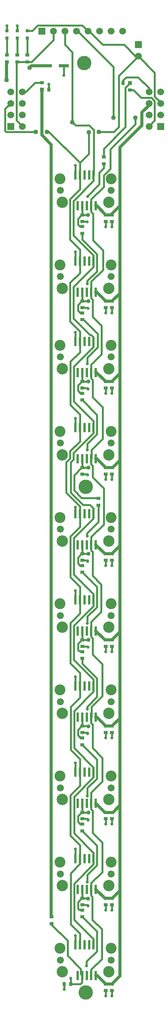
<source format=gtl>
%FSLAX25Y25*%
%MOIN*%
G70*
G01*
G75*
G04 Layer_Physical_Order=1*
G04 Layer_Color=255*
%ADD10R,0.03543X0.02756*%
%ADD11R,0.03150X0.03150*%
%ADD12R,0.03543X0.03150*%
%ADD13R,0.02756X0.03543*%
%ADD14R,0.03543X0.03543*%
%ADD15R,0.03150X0.03543*%
%ADD16R,0.08661X0.02756*%
%ADD17R,0.01969X0.07874*%
%ADD18C,0.02500*%
%ADD19C,0.01600*%
%ADD20C,0.01800*%
%ADD21C,0.01500*%
%ADD22C,0.05906*%
%ADD23R,0.05906X0.05906*%
%ADD24C,0.12500*%
%ADD25R,0.05906X0.05906*%
%ADD26C,0.06100*%
%ADD27C,0.04000*%
%ADD28C,0.02500*%
%ADD29C,0.03500*%
%ADD30C,0.09449*%
%ADD31C,0.09843*%
D10*
X249409Y1187992D02*
D03*
Y1193898D02*
D03*
X338500Y1163547D02*
D03*
X262000Y1169953D02*
D03*
X240649Y1187992D02*
D03*
Y1193898D02*
D03*
X231890Y1187992D02*
D03*
Y1193898D02*
D03*
X270374Y440846D02*
D03*
Y446752D02*
D03*
X297047Y452658D02*
D03*
Y446752D02*
D03*
Y527264D02*
D03*
Y521358D02*
D03*
X296949Y601968D02*
D03*
Y596063D02*
D03*
X297047Y676673D02*
D03*
Y670768D02*
D03*
Y751378D02*
D03*
Y745472D02*
D03*
X311221Y803642D02*
D03*
Y809547D02*
D03*
X297047Y894783D02*
D03*
Y900689D02*
D03*
Y964468D02*
D03*
Y970374D02*
D03*
Y1039173D02*
D03*
Y1045079D02*
D03*
X315748Y1099508D02*
D03*
Y1105413D02*
D03*
D11*
X249410Y1208563D02*
D03*
Y1214862D02*
D03*
X231890Y1208563D02*
D03*
Y1214862D02*
D03*
X240649Y1208563D02*
D03*
Y1214862D02*
D03*
D12*
X297047Y537401D02*
D03*
Y531890D02*
D03*
X297047Y756004D02*
D03*
Y761516D02*
D03*
X322736Y1049705D02*
D03*
Y1055217D02*
D03*
X317520Y1055217D02*
D03*
Y1049705D02*
D03*
X297047Y1055217D02*
D03*
Y1049705D02*
D03*
X322736Y980512D02*
D03*
Y975000D02*
D03*
X317520Y980512D02*
D03*
Y975000D02*
D03*
X297047Y975000D02*
D03*
Y980512D02*
D03*
X322736Y910827D02*
D03*
Y905315D02*
D03*
X317520Y910827D02*
D03*
Y905315D02*
D03*
X297047Y905315D02*
D03*
Y910827D02*
D03*
Y830709D02*
D03*
Y836220D02*
D03*
X317520Y836220D02*
D03*
Y830709D02*
D03*
X322736Y836220D02*
D03*
Y830709D02*
D03*
X317520Y761516D02*
D03*
Y756004D02*
D03*
X322736Y761516D02*
D03*
Y756004D02*
D03*
X317520Y681299D02*
D03*
Y686811D02*
D03*
X322736Y681299D02*
D03*
Y686811D02*
D03*
X297047Y686811D02*
D03*
Y681299D02*
D03*
X322736Y606595D02*
D03*
Y612106D02*
D03*
X296949Y612106D02*
D03*
Y606594D02*
D03*
X317520Y606595D02*
D03*
Y612106D02*
D03*
X322736Y531890D02*
D03*
Y537402D02*
D03*
X317520Y531890D02*
D03*
Y537402D02*
D03*
X322736Y457283D02*
D03*
Y462795D02*
D03*
X317520Y457283D02*
D03*
Y462795D02*
D03*
X297047Y462795D02*
D03*
Y457283D02*
D03*
X322736Y383071D02*
D03*
Y388583D02*
D03*
X317520Y383071D02*
D03*
Y388583D02*
D03*
D13*
X332500Y1169500D02*
D03*
X268000Y1164000D02*
D03*
D14*
X338500Y1169500D02*
D03*
X262000Y1164000D02*
D03*
D15*
X287008Y388484D02*
D03*
X281496D02*
D03*
D16*
X266535Y1184547D02*
D03*
X281102D02*
D03*
D17*
X308858Y694682D02*
D03*
X304921D02*
D03*
X300984D02*
D03*
X297047D02*
D03*
X293110Y694682D02*
D03*
X306890Y721454D02*
D03*
X302953D02*
D03*
X299016D02*
D03*
X295079D02*
D03*
X291142D02*
D03*
Y646768D02*
D03*
X295079D02*
D03*
X299016D02*
D03*
X302953D02*
D03*
X306890D02*
D03*
X293110Y619996D02*
D03*
X297047Y619996D02*
D03*
X300984D02*
D03*
X304921D02*
D03*
X308858D02*
D03*
Y545310D02*
D03*
X304921D02*
D03*
X300984D02*
D03*
X297047D02*
D03*
X293110Y545310D02*
D03*
X306890Y572081D02*
D03*
X302953D02*
D03*
X299016D02*
D03*
X295079D02*
D03*
X291142D02*
D03*
Y497395D02*
D03*
X295079D02*
D03*
X299016D02*
D03*
X302953D02*
D03*
X306890D02*
D03*
X293110Y470623D02*
D03*
X297047Y470623D02*
D03*
X300984D02*
D03*
X304921D02*
D03*
X308858D02*
D03*
Y769369D02*
D03*
X304921D02*
D03*
X300984D02*
D03*
X297047D02*
D03*
X293110Y769369D02*
D03*
X306890Y796140D02*
D03*
X302953D02*
D03*
X299016D02*
D03*
X295079D02*
D03*
X291142D02*
D03*
Y870827D02*
D03*
X295079D02*
D03*
X299016D02*
D03*
X302953D02*
D03*
X306890D02*
D03*
X293110Y844055D02*
D03*
X297047Y844055D02*
D03*
X300984D02*
D03*
X304921D02*
D03*
X308858D02*
D03*
Y918741D02*
D03*
X304921D02*
D03*
X300984D02*
D03*
X297047D02*
D03*
X293110Y918741D02*
D03*
X306890Y945513D02*
D03*
X302953D02*
D03*
X299016D02*
D03*
X295079D02*
D03*
X291142D02*
D03*
Y1015180D02*
D03*
X295079D02*
D03*
X299016D02*
D03*
X302953D02*
D03*
X306890D02*
D03*
X293110Y988408D02*
D03*
X297047Y988408D02*
D03*
X300984D02*
D03*
X304921D02*
D03*
X308858D02*
D03*
Y1063094D02*
D03*
X304921D02*
D03*
X300984D02*
D03*
X297047D02*
D03*
X293110Y1063094D02*
D03*
X306890Y1089866D02*
D03*
X302953D02*
D03*
X299016D02*
D03*
X295079D02*
D03*
X291142D02*
D03*
Y422709D02*
D03*
X295079D02*
D03*
X299016D02*
D03*
X302953D02*
D03*
X306890D02*
D03*
X293110Y395937D02*
D03*
X297047Y395937D02*
D03*
X300984D02*
D03*
X304921D02*
D03*
X308858D02*
D03*
D18*
X317520Y761516D02*
X322736D01*
X316711D02*
X317520D01*
X249409Y1208563D02*
X249410Y1208563D01*
X251575Y1182972D02*
X253150Y1184547D01*
X231299Y1187402D02*
X231890Y1187992D01*
X231299Y1172146D02*
Y1187402D01*
X329823Y987402D02*
Y1063189D01*
X322736Y1056102D02*
X329823Y1063189D01*
X322736Y1055217D02*
Y1056102D01*
X309642Y1063094D02*
X317520Y1055217D01*
X308858Y1063094D02*
X309642D01*
X329823Y917914D02*
Y987402D01*
X322933Y980512D02*
X329823Y987402D01*
X322736Y980512D02*
X322933D01*
X309624Y988408D02*
X317520Y980512D01*
X308858Y988408D02*
X309624D01*
X329823Y842717D02*
Y917914D01*
X322736Y910827D02*
X329823Y917914D01*
X309605Y918741D02*
X317520Y910827D01*
X308858Y918741D02*
X309605D01*
X329823Y768602D02*
Y842717D01*
X323327Y836220D02*
X329823Y842717D01*
X322736Y836220D02*
X323327D01*
X309685Y844055D02*
X317520Y836220D01*
X308858Y844055D02*
X309685D01*
X329823Y693898D02*
Y768602D01*
X322736Y761516D02*
X329823Y768602D01*
X308858Y769369D02*
X316711Y761516D01*
X329823Y618701D02*
Y693898D01*
X322736Y686811D02*
X329823Y693898D01*
X316730Y686811D02*
X317520D01*
X308858Y694682D02*
X316730Y686811D01*
X329823Y543602D02*
Y618701D01*
X329331D02*
X329823D01*
X322736Y612106D02*
X329331Y618701D01*
X309630Y619996D02*
X317520Y612106D01*
X308858Y619996D02*
X309630D01*
X329823Y469488D02*
Y543602D01*
X323622Y537402D02*
X329823Y543602D01*
X322736Y537402D02*
X323622D01*
X316766D02*
X317520D01*
X308858Y545310D02*
X316766Y537402D01*
X329823Y395670D02*
Y469488D01*
X323130Y462795D02*
X329823Y469488D01*
X322736Y462795D02*
X323130D01*
X316686D02*
X317520D01*
X308858Y470623D02*
X316686Y462795D01*
X308858Y395937D02*
X310166D01*
X317520Y388583D01*
X322736D02*
X329823Y395670D01*
X253150Y1184547D02*
X266043D01*
X308858Y918741D02*
X308858Y918741D01*
X317520Y388583D02*
X322736D01*
X317520Y537402D02*
X322736D01*
X317520Y462795D02*
X322736D01*
X317520Y686811D02*
X322736D01*
X317520Y612106D02*
X322736D01*
X317520Y836220D02*
X322736D01*
X317520Y910827D02*
X322736D01*
X322736Y1055217D02*
X322736Y1055217D01*
X317520Y980512D02*
X322736D01*
X317520Y1055217D02*
X322736D01*
X348721Y1144094D02*
X355000Y1150374D01*
Y1152000D01*
X329823Y1063189D02*
Y1113976D01*
X348721Y1132874D01*
Y1144094D01*
X262000Y1124516D02*
Y1164000D01*
Y1124516D02*
X270276Y1116240D01*
Y446752D02*
Y1116240D01*
D19*
X270374Y439990D02*
Y440846D01*
Y439990D02*
X284280Y426084D01*
Y413288D02*
Y426084D01*
Y413288D02*
X295895Y401674D01*
Y397090D02*
Y401674D01*
Y397090D02*
X297047Y395937D01*
X296654Y395543D02*
X297047Y395937D01*
X296654Y389764D02*
Y395543D01*
X295374Y388484D02*
X296654Y389764D01*
X287008Y388484D02*
X295374D01*
X287008D02*
Y393504D01*
X287205Y393701D01*
X300886Y404134D02*
Y408183D01*
X309674Y416972D02*
Y434125D01*
X297047Y446752D02*
X309674Y434125D01*
X300886Y408183D02*
X309674Y416972D01*
D20*
X301575Y998153D02*
X309774Y1006352D01*
X301575Y995571D02*
Y998153D01*
X301378Y980413D02*
X301476Y980512D01*
X297146Y980413D02*
X301378D01*
X304921Y1057819D02*
Y1063094D01*
Y1057819D02*
X306361Y1056380D01*
X304921Y983213D02*
Y988408D01*
Y983213D02*
X306111Y982024D01*
X304921Y913528D02*
Y918741D01*
Y913528D02*
X306111Y912339D01*
X304921Y838922D02*
Y844055D01*
Y838922D02*
X306012Y837831D01*
X304921Y764316D02*
Y769369D01*
Y764316D02*
X306111Y763126D01*
X304921Y689512D02*
Y694682D01*
Y689512D02*
X306111Y688323D01*
X304921Y614512D02*
Y619996D01*
Y614512D02*
X306012Y613421D01*
X304921Y539906D02*
Y545310D01*
Y539906D02*
X306012Y538815D01*
X304921Y465201D02*
Y470623D01*
Y465201D02*
X305914Y464209D01*
Y444283D02*
Y464209D01*
Y444283D02*
X313976Y436221D01*
X306012Y519578D02*
X314370Y511221D01*
X306012Y519578D02*
Y538815D01*
Y593102D02*
X314567Y584547D01*
X306012Y593102D02*
Y613421D01*
X306111Y674303D02*
Y688323D01*
Y674303D02*
X314469Y665945D01*
X306111Y742511D02*
X313583Y735039D01*
X306111Y742511D02*
Y763126D01*
X306012Y827846D02*
Y837831D01*
Y827846D02*
X315650Y818209D01*
X306111Y897334D02*
X314862Y888583D01*
X306111Y897334D02*
Y912339D01*
Y967019D02*
X313779Y959350D01*
X306111Y967019D02*
Y982024D01*
X306361Y1033403D02*
Y1056380D01*
Y1033403D02*
X315059Y1024705D01*
X314469Y638189D02*
Y665945D01*
X314862Y861319D02*
Y888583D01*
X303768Y951350D02*
X304851D01*
X289440Y965678D02*
X303768Y951350D01*
X289440Y965678D02*
Y992885D01*
X306890Y945513D02*
Y949311D01*
X304851Y951350D02*
X306890Y949311D01*
X310433Y940528D02*
Y952165D01*
X298130Y964468D02*
X310433Y952165D01*
X297047Y964468D02*
X298130D01*
X301575Y931670D02*
X310433Y940528D01*
X306890Y940945D02*
Y946653D01*
X295000Y1100472D02*
X302756Y1108228D01*
X324410Y1127166D02*
X328839Y1131595D01*
X311417Y1127166D02*
X324410D01*
X307087Y1089866D02*
Y1128839D01*
X297057Y1219518D02*
X302008Y1214567D01*
X258366Y1219518D02*
X297057D01*
X253711Y1214862D02*
X258366Y1219518D01*
X249410Y1214862D02*
X253711D01*
X249409Y1193898D02*
Y1208563D01*
X240649Y1219130D02*
X240664Y1219144D01*
X240649Y1214862D02*
Y1219130D01*
X231805Y1219144D02*
X231890Y1219060D01*
Y1214862D02*
Y1219060D01*
X272008Y1206752D02*
Y1214567D01*
X253248Y1187992D02*
X272008Y1206752D01*
X241240Y1187992D02*
X253248D01*
X324213Y1140059D02*
Y1183465D01*
X293110Y1214567D02*
X324213Y1183465D01*
X292008Y1214567D02*
X293110D01*
X240147Y1148415D02*
Y1187992D01*
X272008Y1214567D02*
X272106Y1214665D01*
X282008Y1214567D02*
X282106Y1214665D01*
X282008Y1202953D02*
Y1214567D01*
X292008D02*
X292106Y1214665D01*
X343043Y1139673D02*
Y1140067D01*
Y1133791D02*
Y1139673D01*
X321358Y1112106D02*
X343043Y1133791D01*
X321358Y1095199D02*
Y1112106D01*
X315620Y1089460D02*
X321358Y1095199D01*
X304921Y1068898D02*
X315620Y1079596D01*
Y1089460D01*
X296553Y810039D02*
X310729D01*
X290005Y816588D02*
X296553Y810039D01*
X287205Y814468D02*
X297835Y803839D01*
X287205Y814468D02*
Y841078D01*
X297835Y803839D02*
X303937D01*
X296850Y452854D02*
X297047Y452658D01*
X294390Y452854D02*
X296850D01*
X293376Y453868D02*
X294390Y452854D01*
X293376Y453868D02*
Y459645D01*
X296526Y462795D01*
X297047D01*
X301181D01*
X301279Y462697D01*
X301378Y476879D02*
X301393Y476893D01*
X309774Y491543D02*
Y508632D01*
X297047Y521358D02*
X309774Y508632D01*
X301378Y483146D02*
X309774Y491543D01*
X295275Y527264D02*
X297047D01*
X293376Y529164D02*
X295275Y527264D01*
X293376Y529164D02*
Y534251D01*
X296526Y537401D01*
X297047D01*
X297146Y537303D01*
X301378D01*
X301393Y551363D02*
Y551503D01*
Y551363D02*
X301575Y551181D01*
X309774Y566676D02*
Y583238D01*
X296949Y596063D02*
X309774Y583238D01*
X301575Y558477D02*
X309774Y566676D01*
X295541Y601968D02*
X296949D01*
X293277Y604233D02*
X295541Y601968D01*
X293277Y604233D02*
Y608956D01*
X296427Y612106D01*
X296949D01*
X301181D01*
X301378Y611909D01*
Y626870D02*
Y629058D01*
X309774Y637454D01*
Y653608D01*
X297047Y666335D02*
X309774Y653608D01*
X297047Y666335D02*
Y670768D01*
X295177Y751378D02*
X297047D01*
X293376Y753180D02*
X295177Y751378D01*
X293376Y753180D02*
Y758366D01*
X296526Y761516D01*
X297047D01*
X297146Y761614D01*
X302461D01*
X300984Y777067D02*
X301279Y776772D01*
X301083Y777165D02*
Y779134D01*
X311221Y789272D01*
Y803642D01*
X310729Y810039D02*
X311221Y809547D01*
X290005Y816588D02*
Y829700D01*
X282972Y814593D02*
X295079Y802486D01*
X315650Y795764D02*
Y818209D01*
X315620Y795735D02*
X315650Y795764D01*
X315620Y790247D02*
Y795735D01*
Y790247D02*
X315650Y790217D01*
Y787008D02*
Y790217D01*
X304921Y776279D02*
X315650Y787008D01*
X282972Y814593D02*
Y840806D01*
X295079Y785000D02*
Y802486D01*
X306890Y792311D02*
Y800886D01*
X303937Y803839D02*
X306890Y800886D01*
X286546Y844379D02*
Y850487D01*
X282972Y840806D02*
X286546Y844379D01*
X289346Y848787D02*
X306890Y866331D01*
X289346Y843219D02*
Y848787D01*
X287205Y841078D02*
X289346Y843219D01*
X286546Y850487D02*
X295079Y859020D01*
X290005Y829700D02*
X296526Y836220D01*
X297047D01*
X301279D01*
X301378Y836319D01*
X301476Y851575D02*
Y856958D01*
X309774Y865255D02*
Y882057D01*
X297047Y894783D02*
X309774Y882057D01*
X301476Y856958D02*
X309774Y865255D01*
X293376Y907677D02*
X297047Y911348D01*
X297569Y910827D01*
X295571Y900689D02*
X297047D01*
X293376Y902884D02*
X295571Y900689D01*
X293376Y902884D02*
Y907677D01*
X297569Y910827D02*
X301476D01*
X301575Y926083D02*
Y931670D01*
X295413Y970374D02*
X297047D01*
X293376Y972411D02*
X295413Y970374D01*
X293376Y972411D02*
Y977362D01*
X296526Y980512D01*
X297047D01*
X297146Y980413D01*
X309774Y1006352D02*
Y1021253D01*
X297047Y1033980D02*
X309774Y1021253D01*
X297047Y1033980D02*
Y1039173D01*
X295118Y1045079D02*
X297047D01*
X293376Y1046821D02*
X295118Y1045079D01*
X293376Y1046821D02*
Y1052067D01*
X296526Y1055217D01*
X297047D01*
X297146Y1055315D01*
X302264D01*
X301772Y1071161D02*
Y1071653D01*
X311910Y1081791D01*
Y1092028D01*
X315748Y1095866D01*
Y1099508D01*
Y1105413D02*
Y1112674D01*
X334500Y1131426D01*
X302953Y1132972D02*
X307087Y1128839D01*
X302756Y1108228D02*
Y1127067D01*
X291339Y1132972D02*
X302953D01*
X288583Y1135728D02*
X291339Y1132972D01*
X304921Y1063094D02*
Y1068898D01*
Y395937D02*
Y401083D01*
X313976Y410138D01*
Y436221D01*
X304921Y470623D02*
Y476083D01*
X314370Y485532D01*
Y511221D01*
X304823Y545408D02*
X304921Y545310D01*
X304823Y545408D02*
Y554626D01*
X314567Y564370D01*
Y584547D01*
X304921Y619996D02*
X305118Y620193D01*
Y628839D01*
X314469Y638189D01*
X304921Y694682D02*
Y702658D01*
X313583Y711319D01*
Y735039D01*
X304921Y769369D02*
Y776279D01*
Y844055D02*
X305118Y844252D01*
Y851575D01*
X314862Y861319D01*
X304823Y918840D02*
X304921Y918741D01*
X304823Y918840D02*
Y925591D01*
X313779Y934547D01*
Y959350D01*
X304921Y988408D02*
Y997539D01*
X315059Y1007677D01*
Y1024705D01*
X288583Y1135728D02*
Y1196378D01*
X256380Y1127147D02*
X256791Y1127362D01*
X231260Y1127147D02*
X256380D01*
X230147Y1128260D02*
X231260Y1127147D01*
X230147Y1128260D02*
Y1147147D01*
X295079Y936319D02*
Y954166D01*
X286640Y962604D02*
X295079Y954166D01*
X286640Y962604D02*
Y962769D01*
X286516Y962894D02*
X286640Y962769D01*
X289440Y992885D02*
X306890Y1010335D01*
X286516Y994413D02*
Y996476D01*
Y994413D02*
X286546Y994383D01*
Y988732D02*
Y994383D01*
X286516Y988702D02*
X286546Y988732D01*
X286516Y962894D02*
Y988702D01*
Y996476D02*
X295079Y1005039D01*
X289862Y923917D02*
X306890Y940945D01*
Y1010335D02*
Y1020177D01*
X289346Y1037721D02*
X306890Y1020177D01*
X289346Y1037721D02*
Y1067326D01*
X295079Y1005039D02*
Y1025295D01*
X286546Y1033828D02*
X295079Y1025295D01*
X286546Y1033828D02*
Y1069026D01*
X297047Y1055217D02*
Y1063000D01*
X297000Y1063047D02*
X297047Y1063000D01*
X282008Y1202953D02*
X288583Y1196378D01*
X289346Y1067326D02*
X306890Y1084870D01*
Y1089866D01*
X286811Y517159D02*
Y552173D01*
X295079Y560441D01*
X287106Y591550D02*
X295079Y583578D01*
X286811Y666532D02*
Y701713D01*
X287106Y591550D02*
Y628988D01*
X286811Y741218D02*
Y776732D01*
X286910Y890492D02*
Y928150D01*
X286811Y517159D02*
X295079Y508891D01*
X286811Y666532D02*
X295079Y658264D01*
X286811Y701713D02*
X295079Y709980D01*
X287106Y628988D02*
X295079Y636961D01*
X286811Y741218D02*
X295079Y732950D01*
X286910Y890492D02*
X295079Y882323D01*
X286811Y776732D02*
X295079Y785000D01*
X230147Y1147147D02*
X235000Y1152000D01*
X286910Y928150D02*
X295079Y936319D01*
X286546Y1069026D02*
X295079Y1077559D01*
Y636961D02*
Y658264D01*
Y709980D02*
Y732950D01*
Y560441D02*
Y583578D01*
Y492815D02*
Y508891D01*
Y1077559D02*
Y1089866D01*
Y859020D02*
Y882323D01*
X291142Y1089866D02*
Y1098001D01*
Y422709D02*
Y430610D01*
X365000Y1152000D02*
Y1152823D01*
X359853Y1157970D02*
X365000Y1152823D01*
X245000Y1132000D02*
Y1132294D01*
X240147Y1137147D02*
X245000Y1132294D01*
X240147Y1137147D02*
Y1148239D01*
X240059Y1148327D02*
X240147Y1148239D01*
X240059Y1148327D02*
X240147Y1148415D01*
X268000Y1164000D02*
Y1168724D01*
X355000Y1132000D02*
Y1132294D01*
X359853Y1137147D01*
Y1154010D01*
X357010Y1156853D02*
X359853Y1154010D01*
X348147Y1156853D02*
X357010D01*
X341453Y1163547D02*
X348147Y1156853D01*
X291142Y945513D02*
Y953648D01*
X306890Y567752D02*
Y576378D01*
X290000Y593268D02*
X306890Y576378D01*
X290000Y593268D02*
Y625335D01*
X306890Y492618D02*
Y502264D01*
X290000Y519153D02*
X306890Y502264D01*
X290000Y519153D02*
Y550862D01*
X295079Y422709D02*
Y432283D01*
X287008Y440354D02*
X295079Y432283D01*
X287008Y440354D02*
Y484744D01*
X291142Y497395D02*
Y505530D01*
Y572081D02*
Y580216D01*
Y646768D02*
Y654903D01*
Y721454D02*
Y729589D01*
Y796140D02*
Y801968D01*
Y870827D02*
Y878961D01*
Y1015180D02*
Y1023314D01*
X297047Y911348D02*
Y918741D01*
X306890Y866331D02*
Y876551D01*
X289862Y893579D02*
X306890Y876551D01*
X297047Y844055D02*
X297047Y844055D01*
Y836220D02*
Y844055D01*
X306890Y716291D02*
Y726512D01*
X289665Y743736D02*
X306890Y726512D01*
X289665Y743736D02*
Y775087D01*
X289764Y669658D02*
X306890Y652532D01*
Y642224D02*
Y652532D01*
X297000Y470576D02*
X297047Y470529D01*
Y462795D02*
Y470529D01*
X297000Y694635D02*
X297047Y694588D01*
Y686811D02*
Y694588D01*
X297000Y545262D02*
X297047Y545215D01*
Y537401D02*
Y545215D01*
X297047Y612205D02*
Y619996D01*
X296949Y612106D02*
X297047Y612205D01*
X297000Y769321D02*
X297047Y769274D01*
Y761516D02*
Y769274D01*
X297000Y988361D02*
X297047Y988314D01*
Y980512D02*
Y988314D01*
X281496Y383858D02*
Y388484D01*
X297047Y457283D02*
X301673D01*
X297047Y531890D02*
X301673D01*
X296949Y606594D02*
X301575D01*
X297047Y756004D02*
X301673D01*
X297047Y905315D02*
X301673D01*
X297047Y830610D02*
X301772D01*
X322736Y378347D02*
Y383071D01*
X317520Y378347D02*
Y383071D01*
X322736Y452559D02*
Y457283D01*
X317520Y452559D02*
Y457283D01*
X322736Y527165D02*
Y531890D01*
X317520Y527165D02*
Y531890D01*
X322736Y601870D02*
Y606595D01*
X317520Y601870D02*
Y606595D01*
X322736Y676575D02*
Y681299D01*
X317520Y676575D02*
Y681299D01*
X322736Y751280D02*
Y756004D01*
X317520Y751280D02*
Y756004D01*
X322736Y825984D02*
Y830709D01*
X317520Y825984D02*
Y830709D01*
X322736Y900591D02*
Y905315D01*
X317520Y900591D02*
Y905315D01*
X322736Y970276D02*
Y975000D01*
X317520Y970276D02*
Y975000D01*
X317520Y1044980D02*
Y1049705D01*
X322736D02*
X322736Y1049705D01*
X322736Y1044980D02*
Y1049705D01*
X289665Y775087D02*
X306890Y792311D01*
X345600Y1174500D02*
X355000Y1165100D01*
Y1162000D02*
Y1165100D01*
X338500Y1163547D02*
X341453D01*
X334500Y1131426D02*
Y1165500D01*
X338500Y1169500D01*
X306890Y425390D02*
Y427433D01*
X290000Y444323D02*
X306890Y427433D01*
X290000Y550862D02*
X306890Y567752D01*
X255953Y1169953D02*
X262000D01*
X248000Y1162000D02*
X255953Y1169953D01*
X245000Y1162000D02*
X248000D01*
X297000Y918694D02*
X297047Y918741D01*
X289862Y893579D02*
Y923917D01*
X289764Y669658D02*
Y699165D01*
X306890Y716291D01*
X290000Y625335D02*
X306890Y642224D01*
X287008Y484744D02*
X295079Y492815D01*
X290000Y444323D02*
Y475728D01*
X306890Y492618D01*
X328839Y1176024D02*
X345669Y1192854D01*
X335130Y1174500D02*
X345600D01*
X332500Y1171870D02*
X335130Y1174500D01*
X332500Y1169500D02*
Y1171870D01*
X281102Y1176412D02*
Y1184547D01*
X240649Y1193898D02*
Y1208563D01*
X231890Y1193898D02*
Y1208563D01*
X328839Y1131595D02*
Y1176024D01*
X297047Y1049705D02*
X301575D01*
Y1049114D02*
Y1049705D01*
X301969Y974213D02*
Y974705D01*
X297047Y975000D02*
X301673D01*
X301969Y974705D01*
X301673Y905315D02*
X301969Y905020D01*
Y904331D02*
Y905020D01*
X301673Y830512D02*
X301772Y830610D01*
X301673Y829823D02*
Y830512D01*
X301673Y756004D02*
X301870Y755807D01*
Y754823D02*
Y755807D01*
X302165Y680610D02*
Y680807D01*
X297047Y681299D02*
X301673D01*
X302165Y680807D01*
X301575Y606594D02*
X301673Y606496D01*
Y605413D02*
Y606496D01*
X301673Y531890D02*
X302067Y531496D01*
Y530709D02*
Y531496D01*
X301673Y457283D02*
X301969Y456988D01*
Y456102D02*
Y456988D01*
X301378Y476879D02*
Y483146D01*
X301575Y551181D02*
Y558477D01*
X300984Y777067D02*
X301083Y777165D01*
X303051Y1214567D02*
X314862Y1202756D01*
X333347D01*
X343248Y1192854D01*
X359853Y1157970D02*
Y1178671D01*
X345669Y1192854D02*
X359853Y1178671D01*
X266535Y1127362D02*
X268209D01*
X295000Y1100571D01*
Y1089945D02*
Y1100571D01*
D21*
X296457Y677264D02*
X297047Y676673D01*
X294193Y677264D02*
X296457D01*
X293526Y677931D02*
X294193Y677264D01*
X293526Y677931D02*
Y683599D01*
X296738Y686811D01*
X297047D01*
X297047Y686811D01*
X301476D01*
Y701279D02*
Y707130D01*
X309624Y715278D02*
Y732896D01*
X297047Y745472D02*
X309624Y732896D01*
X301476Y707130D02*
X309624Y715278D01*
D22*
X235000Y1162000D02*
D03*
X245000Y1132000D02*
D03*
Y1142000D02*
D03*
X235000D02*
D03*
X245000Y1152000D02*
D03*
X235000D02*
D03*
X245000Y1162000D02*
D03*
X355000D02*
D03*
X365000D02*
D03*
X355000Y1152000D02*
D03*
X365000D02*
D03*
X355000Y1142000D02*
D03*
X365000D02*
D03*
X355000Y1132000D02*
D03*
X345669Y1192854D02*
D03*
X272106Y1214665D02*
D03*
X282106D02*
D03*
X292106D02*
D03*
X302106D02*
D03*
X312106D02*
D03*
X322106D02*
D03*
X332106D02*
D03*
D23*
X235000Y1132000D02*
D03*
X365000D02*
D03*
X345669Y1202854D02*
D03*
D24*
X300000Y381299D02*
D03*
X300098Y819685D02*
D03*
X298622Y1186909D02*
D03*
D25*
X262106Y1214665D02*
D03*
D26*
X277953Y708068D02*
D03*
X322047D02*
D03*
Y633382D02*
D03*
X277953D02*
D03*
Y558696D02*
D03*
X322047D02*
D03*
Y484009D02*
D03*
X277953D02*
D03*
Y782755D02*
D03*
X322047D02*
D03*
Y857441D02*
D03*
X277953D02*
D03*
Y932127D02*
D03*
X322047D02*
D03*
Y1001794D02*
D03*
X277953D02*
D03*
Y1076480D02*
D03*
X322047D02*
D03*
Y409323D02*
D03*
X277953D02*
D03*
D27*
X311417Y1127166D02*
D03*
X251575Y1182972D02*
D03*
X231299Y1172146D02*
D03*
X343043Y1139673D02*
D03*
X302756Y1127067D02*
D03*
X288583Y1135728D02*
D03*
X256791Y1127362D02*
D03*
X266535D02*
D03*
X324213Y1139665D02*
D03*
D28*
X287205Y393701D02*
D03*
X300886Y404134D02*
D03*
X301393Y476893D02*
D03*
Y551503D02*
D03*
X301378Y626870D02*
D03*
X301476Y701279D02*
D03*
X301279Y776772D02*
D03*
X301476Y851575D02*
D03*
X301575Y926083D02*
D03*
X301575Y995571D02*
D03*
X301772Y1071161D02*
D03*
X291057Y1098085D02*
D03*
X291142Y430610D02*
D03*
X268000Y1168724D02*
D03*
X291057Y953732D02*
D03*
Y505614D02*
D03*
Y580300D02*
D03*
Y654987D02*
D03*
Y729673D02*
D03*
X291142Y801968D02*
D03*
X291057Y879046D02*
D03*
Y1023399D02*
D03*
X281496Y383858D02*
D03*
X322736Y378347D02*
D03*
X317520D02*
D03*
X322736Y452559D02*
D03*
X317520D02*
D03*
X322736Y527165D02*
D03*
X317520D02*
D03*
X322736Y601870D02*
D03*
X317520D02*
D03*
X322736Y676575D02*
D03*
X317520D02*
D03*
X322736Y751280D02*
D03*
X317520D02*
D03*
X322736Y825984D02*
D03*
X317520D02*
D03*
X322736Y900591D02*
D03*
X317520D02*
D03*
X322736Y970276D02*
D03*
X317520D02*
D03*
X322736Y1044980D02*
D03*
X281187Y1176328D02*
D03*
X240664Y1219144D02*
D03*
X231805D02*
D03*
X317520Y1044980D02*
D03*
X301575Y1049114D02*
D03*
X301969Y974213D02*
D03*
Y904331D02*
D03*
X301673Y829823D02*
D03*
X301870Y754823D02*
D03*
X302165Y680610D02*
D03*
X301673Y605413D02*
D03*
X302067Y530709D02*
D03*
X301969Y456102D02*
D03*
D29*
X302264Y462697D02*
D03*
X302362Y537303D02*
D03*
Y611909D02*
D03*
X302461Y686811D02*
D03*
Y761614D02*
D03*
X302362Y836319D02*
D03*
X302461Y910827D02*
D03*
Y980512D02*
D03*
X302264Y1055315D02*
D03*
D30*
X277756Y718304D02*
D03*
X322244D02*
D03*
Y643618D02*
D03*
X277756D02*
D03*
Y568932D02*
D03*
X322244D02*
D03*
Y494245D02*
D03*
X277756D02*
D03*
Y792991D02*
D03*
X322244D02*
D03*
Y867677D02*
D03*
X277756D02*
D03*
Y942363D02*
D03*
X322244D02*
D03*
Y1012030D02*
D03*
X277756D02*
D03*
Y1086716D02*
D03*
X322244D02*
D03*
Y419559D02*
D03*
X277756D02*
D03*
D31*
X279724Y697832D02*
D03*
X320276D02*
D03*
Y623145D02*
D03*
X279724D02*
D03*
Y548459D02*
D03*
X320276D02*
D03*
Y473773D02*
D03*
X279724D02*
D03*
Y772518D02*
D03*
X320276D02*
D03*
Y847204D02*
D03*
X279724D02*
D03*
Y921891D02*
D03*
X320276D02*
D03*
Y991558D02*
D03*
X279724D02*
D03*
Y1066244D02*
D03*
X320276D02*
D03*
Y399087D02*
D03*
X279724D02*
D03*
M02*

</source>
